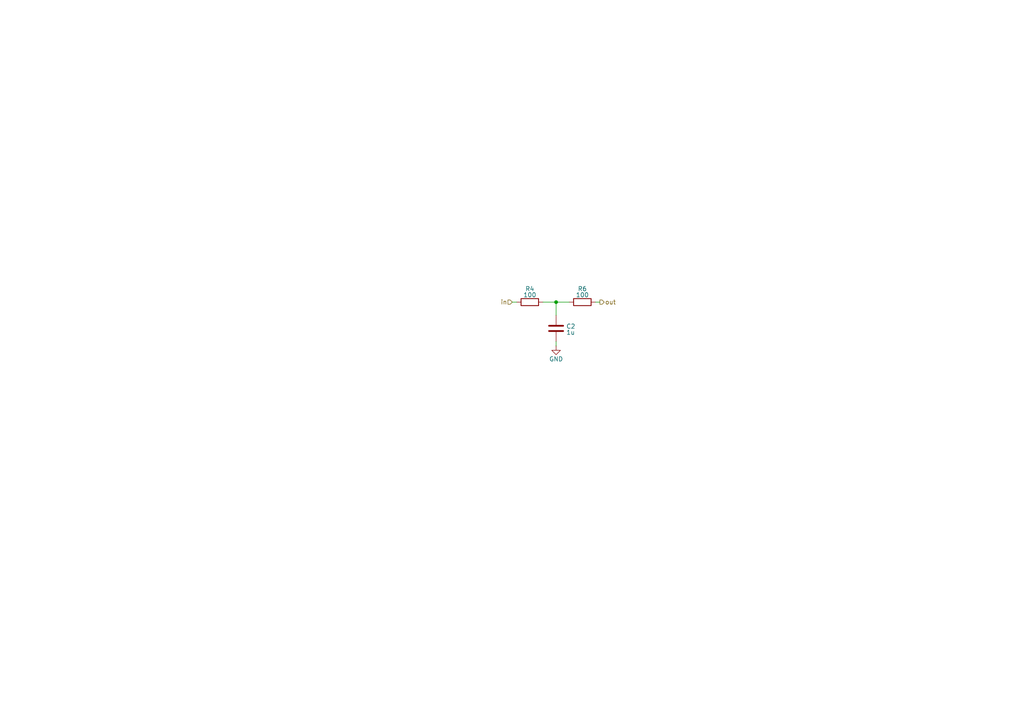
<source format=kicad_sch>
(kicad_sch (version 20241209) (generator "eeschema") (generator_version "9.0")
  (paper "A4")
  (lib_symbols
    (symbol "Device:C" (pin_numbers (hide yes)) (pin_names (offset 0.254))
      (property "Reference" "C" (at 0.635 2.54 0))
      (property "Value" "C" (at 0.635 -2.54 0))
      (symbol "C_0_1"
        (polyline (pts (xy -2.032 0.762) (xy 2.032 0.762)) (stroke (width 0.508)))
        (polyline (pts (xy -2.032 -0.762) (xy 2.032 -0.762)) (stroke (width 0.508)))
      )
      (symbol "C_1_1"
        (pin passive line (at 0 3.81 270) (length 2.794) (name "~") (number "1"))
        (pin passive line (at 0 -3.81 90) (length 2.794) (name "~") (number "2"))
      )
    )
    (symbol "Device:R" (pin_numbers (hide yes)) (pin_names (offset 0))
      (property "Reference" "R" (at 2.032 0 90))
      (property "Value" "R" (at 0 0 90))
      (symbol "R_0_1"
        (rectangle (start -1.016 -2.54) (end 1.016 2.54) (stroke (width 0.254)))
      )
      (symbol "R_1_1"
        (pin passive line (at 0 3.81 270) (length 1.27) (name "~") (number "1"))
        (pin passive line (at 0 -3.81 90) (length 1.27) (name "~") (number "2"))
      )
    )
    (symbol "power:GND" (power) (pin_numbers (hide yes)) (pin_names (offset 0) (hide yes))
      (property "Value" "GND" (at 0 -3.81 0))
      (symbol "GND_0_1"
        (polyline (pts (xy 0 0) (xy 0 -1.27) (xy 1.27 -1.27) (xy 0 -2.54) (xy -1.27 -1.27) (xy 0 -1.27)))
      )
      (symbol "GND_1_1"
        (pin power_in line (at 0 0 270) (length 0) (name "~") (number "1"))
      )
    )
  )
  (junction (at 161.29 87.63))
  (wire (pts (xy 148.59 87.63) (xy 149.86 87.63)))
  (wire (pts (xy 157.48 87.63) (xy 161.29 87.63)))
  (wire (pts (xy 161.29 100.33) (xy 161.29 99.06)))
  (wire (pts (xy 161.29 91.44) (xy 161.29 87.63)))
  (wire (pts (xy 172.72 87.63) (xy 173.99 87.63)))
  (wire (pts (xy 165.1 87.63) (xy 161.29 87.63)))
  (hierarchical_label "in" (shape input) (at 148.59 87.63 180))
  (hierarchical_label "out" (shape output) (at 173.99 87.63 0))
  (symbol (lib_id "Device:C") (at 161.29 95.25 0) (unit 1)
    (property "Reference" "C2" (at 164.211 94.6555 0) (effects (justify left)))
    (property "Value" "1u" (at 164.211 96.4177 0) (effects (justify left)))
  )
  (symbol (lib_id "power:GND") (at 161.29 100.33 0) (unit 1)
    (property "Reference" "#PWR05" (effects (hide yes)))
    (property "Value" "GND" (at 161.29 104.14 0))
    (property "Description" "Power symbol creates a global label with name \"GND\" , ground" (effects (hide yes)))
  )
  (symbol (lib_id "Device:R") (at 168.91 87.63 90) (unit 1)
    (property "Reference" "R6" (at 168.91 83.7819 90))
    (property "Value" "100" (at 168.91 85.5441 90))
  )
  (symbol (lib_id "Device:R") (at 153.67 87.63 90) (unit 1)
    (property "Reference" "R4" (at 153.67 83.7819 90))
    (property "Value" "100" (at 153.67 85.5441 90))
  )
)
</source>
